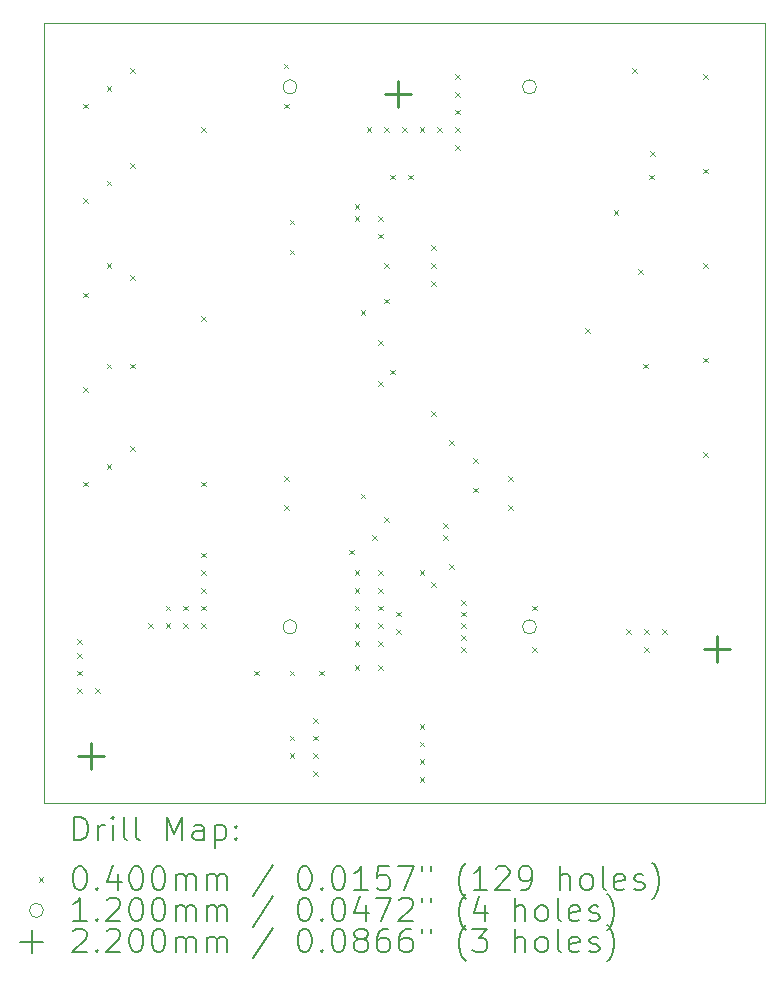
<source format=gbr>
%TF.GenerationSoftware,KiCad,Pcbnew,8.0.4*%
%TF.CreationDate,2024-09-18T19:52:14+02:00*%
%TF.ProjectId,fredo,66726564-6f2e-46b6-9963-61645f706362,rev?*%
%TF.SameCoordinates,Original*%
%TF.FileFunction,Drillmap*%
%TF.FilePolarity,Positive*%
%FSLAX45Y45*%
G04 Gerber Fmt 4.5, Leading zero omitted, Abs format (unit mm)*
G04 Created by KiCad (PCBNEW 8.0.4) date 2024-09-18 19:52:14*
%MOMM*%
%LPD*%
G01*
G04 APERTURE LIST*
%ADD10C,0.100000*%
%ADD11C,0.200000*%
%ADD12C,0.120000*%
%ADD13C,0.220000*%
G04 APERTURE END LIST*
D10*
X3000000Y-3400000D02*
X9100000Y-3400000D01*
X9100000Y-10000000D01*
X3000000Y-10000000D01*
X3000000Y-3400000D01*
D11*
D10*
X3280000Y-8610000D02*
X3320000Y-8650000D01*
X3320000Y-8610000D02*
X3280000Y-8650000D01*
X3280000Y-8730000D02*
X3320000Y-8770000D01*
X3320000Y-8730000D02*
X3280000Y-8770000D01*
X3280000Y-8880000D02*
X3320000Y-8920000D01*
X3320000Y-8880000D02*
X3280000Y-8920000D01*
X3280000Y-9030000D02*
X3320000Y-9070000D01*
X3320000Y-9030000D02*
X3280000Y-9070000D01*
X3330000Y-4080000D02*
X3370000Y-4120000D01*
X3370000Y-4080000D02*
X3330000Y-4120000D01*
X3330000Y-4880000D02*
X3370000Y-4920000D01*
X3370000Y-4880000D02*
X3330000Y-4920000D01*
X3330000Y-5680000D02*
X3370000Y-5720000D01*
X3370000Y-5680000D02*
X3330000Y-5720000D01*
X3330000Y-6480000D02*
X3370000Y-6520000D01*
X3370000Y-6480000D02*
X3330000Y-6520000D01*
X3330000Y-7280000D02*
X3370000Y-7320000D01*
X3370000Y-7280000D02*
X3330000Y-7320000D01*
X3430000Y-9030000D02*
X3470000Y-9070000D01*
X3470000Y-9030000D02*
X3430000Y-9070000D01*
X3530000Y-3930000D02*
X3570000Y-3970000D01*
X3570000Y-3930000D02*
X3530000Y-3970000D01*
X3530000Y-4730000D02*
X3570000Y-4770000D01*
X3570000Y-4730000D02*
X3530000Y-4770000D01*
X3530000Y-5430000D02*
X3570000Y-5470000D01*
X3570000Y-5430000D02*
X3530000Y-5470000D01*
X3530000Y-6280000D02*
X3570000Y-6320000D01*
X3570000Y-6280000D02*
X3530000Y-6320000D01*
X3530000Y-7130000D02*
X3570000Y-7170000D01*
X3570000Y-7130000D02*
X3530000Y-7170000D01*
X3730000Y-3780000D02*
X3770000Y-3820000D01*
X3770000Y-3780000D02*
X3730000Y-3820000D01*
X3730000Y-4580000D02*
X3770000Y-4620000D01*
X3770000Y-4580000D02*
X3730000Y-4620000D01*
X3730000Y-5530000D02*
X3770000Y-5570000D01*
X3770000Y-5530000D02*
X3730000Y-5570000D01*
X3730000Y-6280000D02*
X3770000Y-6320000D01*
X3770000Y-6280000D02*
X3730000Y-6320000D01*
X3730000Y-6980000D02*
X3770000Y-7020000D01*
X3770000Y-6980000D02*
X3730000Y-7020000D01*
X3880000Y-8480000D02*
X3920000Y-8520000D01*
X3920000Y-8480000D02*
X3880000Y-8520000D01*
X4030000Y-8330000D02*
X4070000Y-8370000D01*
X4070000Y-8330000D02*
X4030000Y-8370000D01*
X4030000Y-8480000D02*
X4070000Y-8520000D01*
X4070000Y-8480000D02*
X4030000Y-8520000D01*
X4180000Y-8330000D02*
X4220000Y-8370000D01*
X4220000Y-8330000D02*
X4180000Y-8370000D01*
X4180000Y-8480000D02*
X4220000Y-8520000D01*
X4220000Y-8480000D02*
X4180000Y-8520000D01*
X4330000Y-4280000D02*
X4370000Y-4320000D01*
X4370000Y-4280000D02*
X4330000Y-4320000D01*
X4330000Y-5880000D02*
X4370000Y-5920000D01*
X4370000Y-5880000D02*
X4330000Y-5920000D01*
X4330000Y-7280000D02*
X4370000Y-7320000D01*
X4370000Y-7280000D02*
X4330000Y-7320000D01*
X4330000Y-7880000D02*
X4370000Y-7920000D01*
X4370000Y-7880000D02*
X4330000Y-7920000D01*
X4330000Y-8030000D02*
X4370000Y-8070000D01*
X4370000Y-8030000D02*
X4330000Y-8070000D01*
X4330000Y-8180000D02*
X4370000Y-8220000D01*
X4370000Y-8180000D02*
X4330000Y-8220000D01*
X4330000Y-8330000D02*
X4370000Y-8370000D01*
X4370000Y-8330000D02*
X4330000Y-8370000D01*
X4330000Y-8480000D02*
X4370000Y-8520000D01*
X4370000Y-8480000D02*
X4330000Y-8520000D01*
X4780000Y-8880000D02*
X4820000Y-8920000D01*
X4820000Y-8880000D02*
X4780000Y-8920000D01*
X5027815Y-3740000D02*
X5067815Y-3780000D01*
X5067815Y-3740000D02*
X5027815Y-3780000D01*
X5030000Y-4080000D02*
X5070000Y-4120000D01*
X5070000Y-4080000D02*
X5030000Y-4120000D01*
X5030000Y-7230000D02*
X5070000Y-7270000D01*
X5070000Y-7230000D02*
X5030000Y-7270000D01*
X5030000Y-7480000D02*
X5070000Y-7520000D01*
X5070000Y-7480000D02*
X5030000Y-7520000D01*
X5080000Y-5060000D02*
X5120000Y-5100000D01*
X5120000Y-5060000D02*
X5080000Y-5100000D01*
X5080000Y-5314000D02*
X5120000Y-5354000D01*
X5120000Y-5314000D02*
X5080000Y-5354000D01*
X5080000Y-8880000D02*
X5120000Y-8920000D01*
X5120000Y-8880000D02*
X5080000Y-8920000D01*
X5080000Y-9430000D02*
X5120000Y-9470000D01*
X5120000Y-9430000D02*
X5080000Y-9470000D01*
X5080000Y-9580000D02*
X5120000Y-9620000D01*
X5120000Y-9580000D02*
X5080000Y-9620000D01*
X5280000Y-9280000D02*
X5320000Y-9320000D01*
X5320000Y-9280000D02*
X5280000Y-9320000D01*
X5280000Y-9430000D02*
X5320000Y-9470000D01*
X5320000Y-9430000D02*
X5280000Y-9470000D01*
X5280000Y-9580000D02*
X5320000Y-9620000D01*
X5320000Y-9580000D02*
X5280000Y-9620000D01*
X5280000Y-9730000D02*
X5320000Y-9770000D01*
X5320000Y-9730000D02*
X5280000Y-9770000D01*
X5330000Y-8880000D02*
X5370000Y-8920000D01*
X5370000Y-8880000D02*
X5330000Y-8920000D01*
X5580000Y-7854000D02*
X5620000Y-7894000D01*
X5620000Y-7854000D02*
X5580000Y-7894000D01*
X5630000Y-4930000D02*
X5670000Y-4970000D01*
X5670000Y-4930000D02*
X5630000Y-4970000D01*
X5630000Y-5030000D02*
X5670000Y-5070000D01*
X5670000Y-5030000D02*
X5630000Y-5070000D01*
X5630000Y-8030000D02*
X5670000Y-8070000D01*
X5670000Y-8030000D02*
X5630000Y-8070000D01*
X5630000Y-8180000D02*
X5670000Y-8220000D01*
X5670000Y-8180000D02*
X5630000Y-8220000D01*
X5630000Y-8330000D02*
X5670000Y-8370000D01*
X5670000Y-8330000D02*
X5630000Y-8370000D01*
X5630000Y-8480000D02*
X5670000Y-8520000D01*
X5670000Y-8480000D02*
X5630000Y-8520000D01*
X5630000Y-8630000D02*
X5670000Y-8670000D01*
X5670000Y-8630000D02*
X5630000Y-8670000D01*
X5630000Y-8830000D02*
X5670000Y-8870000D01*
X5670000Y-8830000D02*
X5630000Y-8870000D01*
X5680000Y-5830000D02*
X5720000Y-5870000D01*
X5720000Y-5830000D02*
X5680000Y-5870000D01*
X5680000Y-7380000D02*
X5720000Y-7420000D01*
X5720000Y-7380000D02*
X5680000Y-7420000D01*
X5730000Y-4280000D02*
X5770000Y-4320000D01*
X5770000Y-4280000D02*
X5730000Y-4320000D01*
X5780000Y-7730000D02*
X5820000Y-7770000D01*
X5820000Y-7730000D02*
X5780000Y-7770000D01*
X5830000Y-5030000D02*
X5870000Y-5070000D01*
X5870000Y-5030000D02*
X5830000Y-5070000D01*
X5830000Y-5180000D02*
X5870000Y-5220000D01*
X5870000Y-5180000D02*
X5830000Y-5220000D01*
X5830000Y-6080000D02*
X5870000Y-6120000D01*
X5870000Y-6080000D02*
X5830000Y-6120000D01*
X5830000Y-6430000D02*
X5870000Y-6470000D01*
X5870000Y-6430000D02*
X5830000Y-6470000D01*
X5830000Y-8030000D02*
X5870000Y-8070000D01*
X5870000Y-8030000D02*
X5830000Y-8070000D01*
X5830000Y-8180000D02*
X5870000Y-8220000D01*
X5870000Y-8180000D02*
X5830000Y-8220000D01*
X5830000Y-8330000D02*
X5870000Y-8370000D01*
X5870000Y-8330000D02*
X5830000Y-8370000D01*
X5830000Y-8480000D02*
X5870000Y-8520000D01*
X5870000Y-8480000D02*
X5830000Y-8520000D01*
X5830000Y-8630000D02*
X5870000Y-8670000D01*
X5870000Y-8630000D02*
X5830000Y-8670000D01*
X5830000Y-8830000D02*
X5870000Y-8870000D01*
X5870000Y-8830000D02*
X5830000Y-8870000D01*
X5880000Y-4280000D02*
X5920000Y-4320000D01*
X5920000Y-4280000D02*
X5880000Y-4320000D01*
X5880000Y-5430000D02*
X5920000Y-5470000D01*
X5920000Y-5430000D02*
X5880000Y-5470000D01*
X5880000Y-5730000D02*
X5920000Y-5770000D01*
X5920000Y-5730000D02*
X5880000Y-5770000D01*
X5880000Y-7580000D02*
X5920000Y-7620000D01*
X5920000Y-7580000D02*
X5880000Y-7620000D01*
X5930000Y-4680000D02*
X5970000Y-4720000D01*
X5970000Y-4680000D02*
X5930000Y-4720000D01*
X5930000Y-6330000D02*
X5970000Y-6370000D01*
X5970000Y-6330000D02*
X5930000Y-6370000D01*
X5980000Y-8380000D02*
X6020000Y-8420000D01*
X6020000Y-8380000D02*
X5980000Y-8420000D01*
X5980000Y-8530000D02*
X6020000Y-8570000D01*
X6020000Y-8530000D02*
X5980000Y-8570000D01*
X6030000Y-4280000D02*
X6070000Y-4320000D01*
X6070000Y-4280000D02*
X6030000Y-4320000D01*
X6080000Y-4680000D02*
X6120000Y-4720000D01*
X6120000Y-4680000D02*
X6080000Y-4720000D01*
X6180000Y-4280000D02*
X6220000Y-4320000D01*
X6220000Y-4280000D02*
X6180000Y-4320000D01*
X6180000Y-8030000D02*
X6220000Y-8070000D01*
X6220000Y-8030000D02*
X6180000Y-8070000D01*
X6180000Y-9330000D02*
X6220000Y-9370000D01*
X6220000Y-9330000D02*
X6180000Y-9370000D01*
X6180000Y-9480000D02*
X6220000Y-9520000D01*
X6220000Y-9480000D02*
X6180000Y-9520000D01*
X6180000Y-9630000D02*
X6220000Y-9670000D01*
X6220000Y-9630000D02*
X6180000Y-9670000D01*
X6180000Y-9780000D02*
X6220000Y-9820000D01*
X6220000Y-9780000D02*
X6180000Y-9820000D01*
X6280000Y-5280000D02*
X6320000Y-5320000D01*
X6320000Y-5280000D02*
X6280000Y-5320000D01*
X6280000Y-5430000D02*
X6320000Y-5470000D01*
X6320000Y-5430000D02*
X6280000Y-5470000D01*
X6280000Y-5580000D02*
X6320000Y-5620000D01*
X6320000Y-5580000D02*
X6280000Y-5620000D01*
X6280000Y-6680000D02*
X6320000Y-6720000D01*
X6320000Y-6680000D02*
X6280000Y-6720000D01*
X6280000Y-8130000D02*
X6320000Y-8170000D01*
X6320000Y-8130000D02*
X6280000Y-8170000D01*
X6330000Y-4280000D02*
X6370000Y-4320000D01*
X6370000Y-4280000D02*
X6330000Y-4320000D01*
X6380000Y-7730000D02*
X6420000Y-7770000D01*
X6420000Y-7730000D02*
X6380000Y-7770000D01*
X6381265Y-7628735D02*
X6421265Y-7668735D01*
X6421265Y-7628735D02*
X6381265Y-7668735D01*
X6430000Y-6930000D02*
X6470000Y-6970000D01*
X6470000Y-6930000D02*
X6430000Y-6970000D01*
X6430000Y-7980000D02*
X6470000Y-8020000D01*
X6470000Y-7980000D02*
X6430000Y-8020000D01*
X6480000Y-3830000D02*
X6520000Y-3870000D01*
X6520000Y-3830000D02*
X6480000Y-3870000D01*
X6480000Y-3980000D02*
X6520000Y-4020000D01*
X6520000Y-3980000D02*
X6480000Y-4020000D01*
X6480000Y-4130000D02*
X6520000Y-4170000D01*
X6520000Y-4130000D02*
X6480000Y-4170000D01*
X6480000Y-4280000D02*
X6520000Y-4320000D01*
X6520000Y-4280000D02*
X6480000Y-4320000D01*
X6480000Y-4430000D02*
X6520000Y-4470000D01*
X6520000Y-4430000D02*
X6480000Y-4470000D01*
X6530000Y-8280000D02*
X6570000Y-8320000D01*
X6570000Y-8280000D02*
X6530000Y-8320000D01*
X6530000Y-8380000D02*
X6570000Y-8420000D01*
X6570000Y-8380000D02*
X6530000Y-8420000D01*
X6530000Y-8480000D02*
X6570000Y-8520000D01*
X6570000Y-8480000D02*
X6530000Y-8520000D01*
X6530000Y-8580000D02*
X6570000Y-8620000D01*
X6570000Y-8580000D02*
X6530000Y-8620000D01*
X6530000Y-8680000D02*
X6570000Y-8720000D01*
X6570000Y-8680000D02*
X6530000Y-8720000D01*
X6630000Y-7080000D02*
X6670000Y-7120000D01*
X6670000Y-7080000D02*
X6630000Y-7120000D01*
X6630000Y-7330000D02*
X6670000Y-7370000D01*
X6670000Y-7330000D02*
X6630000Y-7370000D01*
X6930000Y-7230000D02*
X6970000Y-7270000D01*
X6970000Y-7230000D02*
X6930000Y-7270000D01*
X6930000Y-7480000D02*
X6970000Y-7520000D01*
X6970000Y-7480000D02*
X6930000Y-7520000D01*
X7130000Y-8330000D02*
X7170000Y-8370000D01*
X7170000Y-8330000D02*
X7130000Y-8370000D01*
X7130000Y-8680000D02*
X7170000Y-8720000D01*
X7170000Y-8680000D02*
X7130000Y-8720000D01*
X7580000Y-5980000D02*
X7620000Y-6020000D01*
X7620000Y-5980000D02*
X7580000Y-6020000D01*
X7822500Y-4980000D02*
X7862500Y-5020000D01*
X7862500Y-4980000D02*
X7822500Y-5020000D01*
X7930000Y-8530000D02*
X7970000Y-8570000D01*
X7970000Y-8530000D02*
X7930000Y-8570000D01*
X7980000Y-3780000D02*
X8020000Y-3820000D01*
X8020000Y-3780000D02*
X7980000Y-3820000D01*
X8030000Y-5480000D02*
X8070000Y-5520000D01*
X8070000Y-5480000D02*
X8030000Y-5520000D01*
X8072500Y-6280000D02*
X8112500Y-6320000D01*
X8112500Y-6280000D02*
X8072500Y-6320000D01*
X8080000Y-8530000D02*
X8120000Y-8570000D01*
X8120000Y-8530000D02*
X8080000Y-8570000D01*
X8080000Y-8680000D02*
X8120000Y-8720000D01*
X8120000Y-8680000D02*
X8080000Y-8720000D01*
X8122500Y-4680000D02*
X8162500Y-4720000D01*
X8162500Y-4680000D02*
X8122500Y-4720000D01*
X8130000Y-4480000D02*
X8170000Y-4520000D01*
X8170000Y-4480000D02*
X8130000Y-4520000D01*
X8230000Y-8530000D02*
X8270000Y-8570000D01*
X8270000Y-8530000D02*
X8230000Y-8570000D01*
X8580000Y-3830000D02*
X8620000Y-3870000D01*
X8620000Y-3830000D02*
X8580000Y-3870000D01*
X8580000Y-4630000D02*
X8620000Y-4670000D01*
X8620000Y-4630000D02*
X8580000Y-4670000D01*
X8580000Y-5430000D02*
X8620000Y-5470000D01*
X8620000Y-5430000D02*
X8580000Y-5470000D01*
X8580000Y-6230000D02*
X8620000Y-6270000D01*
X8620000Y-6230000D02*
X8580000Y-6270000D01*
X8580000Y-7030000D02*
X8620000Y-7070000D01*
X8620000Y-7030000D02*
X8580000Y-7070000D01*
D12*
X5142000Y-3937000D02*
G75*
G02*
X5022000Y-3937000I-60000J0D01*
G01*
X5022000Y-3937000D02*
G75*
G02*
X5142000Y-3937000I60000J0D01*
G01*
X5142000Y-8509000D02*
G75*
G02*
X5022000Y-8509000I-60000J0D01*
G01*
X5022000Y-8509000D02*
G75*
G02*
X5142000Y-8509000I60000J0D01*
G01*
X7170000Y-3937000D02*
G75*
G02*
X7050000Y-3937000I-60000J0D01*
G01*
X7050000Y-3937000D02*
G75*
G02*
X7170000Y-3937000I60000J0D01*
G01*
X7170000Y-8509000D02*
G75*
G02*
X7050000Y-8509000I-60000J0D01*
G01*
X7050000Y-8509000D02*
G75*
G02*
X7170000Y-8509000I60000J0D01*
G01*
D13*
X3400000Y-9490000D02*
X3400000Y-9710000D01*
X3290000Y-9600000D02*
X3510000Y-9600000D01*
X6000000Y-3890000D02*
X6000000Y-4110000D01*
X5890000Y-4000000D02*
X6110000Y-4000000D01*
X8700000Y-8590000D02*
X8700000Y-8810000D01*
X8590000Y-8700000D02*
X8810000Y-8700000D01*
D11*
X3255777Y-10316484D02*
X3255777Y-10116484D01*
X3255777Y-10116484D02*
X3303396Y-10116484D01*
X3303396Y-10116484D02*
X3331967Y-10126008D01*
X3331967Y-10126008D02*
X3351015Y-10145055D01*
X3351015Y-10145055D02*
X3360539Y-10164103D01*
X3360539Y-10164103D02*
X3370062Y-10202198D01*
X3370062Y-10202198D02*
X3370062Y-10230770D01*
X3370062Y-10230770D02*
X3360539Y-10268865D01*
X3360539Y-10268865D02*
X3351015Y-10287912D01*
X3351015Y-10287912D02*
X3331967Y-10306960D01*
X3331967Y-10306960D02*
X3303396Y-10316484D01*
X3303396Y-10316484D02*
X3255777Y-10316484D01*
X3455777Y-10316484D02*
X3455777Y-10183150D01*
X3455777Y-10221246D02*
X3465301Y-10202198D01*
X3465301Y-10202198D02*
X3474824Y-10192674D01*
X3474824Y-10192674D02*
X3493872Y-10183150D01*
X3493872Y-10183150D02*
X3512920Y-10183150D01*
X3579586Y-10316484D02*
X3579586Y-10183150D01*
X3579586Y-10116484D02*
X3570062Y-10126008D01*
X3570062Y-10126008D02*
X3579586Y-10135531D01*
X3579586Y-10135531D02*
X3589110Y-10126008D01*
X3589110Y-10126008D02*
X3579586Y-10116484D01*
X3579586Y-10116484D02*
X3579586Y-10135531D01*
X3703396Y-10316484D02*
X3684348Y-10306960D01*
X3684348Y-10306960D02*
X3674824Y-10287912D01*
X3674824Y-10287912D02*
X3674824Y-10116484D01*
X3808158Y-10316484D02*
X3789110Y-10306960D01*
X3789110Y-10306960D02*
X3779586Y-10287912D01*
X3779586Y-10287912D02*
X3779586Y-10116484D01*
X4036729Y-10316484D02*
X4036729Y-10116484D01*
X4036729Y-10116484D02*
X4103396Y-10259341D01*
X4103396Y-10259341D02*
X4170062Y-10116484D01*
X4170062Y-10116484D02*
X4170062Y-10316484D01*
X4351015Y-10316484D02*
X4351015Y-10211722D01*
X4351015Y-10211722D02*
X4341491Y-10192674D01*
X4341491Y-10192674D02*
X4322444Y-10183150D01*
X4322444Y-10183150D02*
X4284348Y-10183150D01*
X4284348Y-10183150D02*
X4265301Y-10192674D01*
X4351015Y-10306960D02*
X4331967Y-10316484D01*
X4331967Y-10316484D02*
X4284348Y-10316484D01*
X4284348Y-10316484D02*
X4265301Y-10306960D01*
X4265301Y-10306960D02*
X4255777Y-10287912D01*
X4255777Y-10287912D02*
X4255777Y-10268865D01*
X4255777Y-10268865D02*
X4265301Y-10249817D01*
X4265301Y-10249817D02*
X4284348Y-10240293D01*
X4284348Y-10240293D02*
X4331967Y-10240293D01*
X4331967Y-10240293D02*
X4351015Y-10230770D01*
X4446253Y-10183150D02*
X4446253Y-10383150D01*
X4446253Y-10192674D02*
X4465301Y-10183150D01*
X4465301Y-10183150D02*
X4503396Y-10183150D01*
X4503396Y-10183150D02*
X4522444Y-10192674D01*
X4522444Y-10192674D02*
X4531967Y-10202198D01*
X4531967Y-10202198D02*
X4541491Y-10221246D01*
X4541491Y-10221246D02*
X4541491Y-10278389D01*
X4541491Y-10278389D02*
X4531967Y-10297436D01*
X4531967Y-10297436D02*
X4522444Y-10306960D01*
X4522444Y-10306960D02*
X4503396Y-10316484D01*
X4503396Y-10316484D02*
X4465301Y-10316484D01*
X4465301Y-10316484D02*
X4446253Y-10306960D01*
X4627205Y-10297436D02*
X4636729Y-10306960D01*
X4636729Y-10306960D02*
X4627205Y-10316484D01*
X4627205Y-10316484D02*
X4617682Y-10306960D01*
X4617682Y-10306960D02*
X4627205Y-10297436D01*
X4627205Y-10297436D02*
X4627205Y-10316484D01*
X4627205Y-10192674D02*
X4636729Y-10202198D01*
X4636729Y-10202198D02*
X4627205Y-10211722D01*
X4627205Y-10211722D02*
X4617682Y-10202198D01*
X4617682Y-10202198D02*
X4627205Y-10192674D01*
X4627205Y-10192674D02*
X4627205Y-10211722D01*
D10*
X2955000Y-10625000D02*
X2995000Y-10665000D01*
X2995000Y-10625000D02*
X2955000Y-10665000D01*
D11*
X3293872Y-10536484D02*
X3312920Y-10536484D01*
X3312920Y-10536484D02*
X3331967Y-10546008D01*
X3331967Y-10546008D02*
X3341491Y-10555531D01*
X3341491Y-10555531D02*
X3351015Y-10574579D01*
X3351015Y-10574579D02*
X3360539Y-10612674D01*
X3360539Y-10612674D02*
X3360539Y-10660293D01*
X3360539Y-10660293D02*
X3351015Y-10698389D01*
X3351015Y-10698389D02*
X3341491Y-10717436D01*
X3341491Y-10717436D02*
X3331967Y-10726960D01*
X3331967Y-10726960D02*
X3312920Y-10736484D01*
X3312920Y-10736484D02*
X3293872Y-10736484D01*
X3293872Y-10736484D02*
X3274824Y-10726960D01*
X3274824Y-10726960D02*
X3265301Y-10717436D01*
X3265301Y-10717436D02*
X3255777Y-10698389D01*
X3255777Y-10698389D02*
X3246253Y-10660293D01*
X3246253Y-10660293D02*
X3246253Y-10612674D01*
X3246253Y-10612674D02*
X3255777Y-10574579D01*
X3255777Y-10574579D02*
X3265301Y-10555531D01*
X3265301Y-10555531D02*
X3274824Y-10546008D01*
X3274824Y-10546008D02*
X3293872Y-10536484D01*
X3446253Y-10717436D02*
X3455777Y-10726960D01*
X3455777Y-10726960D02*
X3446253Y-10736484D01*
X3446253Y-10736484D02*
X3436729Y-10726960D01*
X3436729Y-10726960D02*
X3446253Y-10717436D01*
X3446253Y-10717436D02*
X3446253Y-10736484D01*
X3627205Y-10603150D02*
X3627205Y-10736484D01*
X3579586Y-10526960D02*
X3531967Y-10669817D01*
X3531967Y-10669817D02*
X3655777Y-10669817D01*
X3770062Y-10536484D02*
X3789110Y-10536484D01*
X3789110Y-10536484D02*
X3808158Y-10546008D01*
X3808158Y-10546008D02*
X3817682Y-10555531D01*
X3817682Y-10555531D02*
X3827205Y-10574579D01*
X3827205Y-10574579D02*
X3836729Y-10612674D01*
X3836729Y-10612674D02*
X3836729Y-10660293D01*
X3836729Y-10660293D02*
X3827205Y-10698389D01*
X3827205Y-10698389D02*
X3817682Y-10717436D01*
X3817682Y-10717436D02*
X3808158Y-10726960D01*
X3808158Y-10726960D02*
X3789110Y-10736484D01*
X3789110Y-10736484D02*
X3770062Y-10736484D01*
X3770062Y-10736484D02*
X3751015Y-10726960D01*
X3751015Y-10726960D02*
X3741491Y-10717436D01*
X3741491Y-10717436D02*
X3731967Y-10698389D01*
X3731967Y-10698389D02*
X3722443Y-10660293D01*
X3722443Y-10660293D02*
X3722443Y-10612674D01*
X3722443Y-10612674D02*
X3731967Y-10574579D01*
X3731967Y-10574579D02*
X3741491Y-10555531D01*
X3741491Y-10555531D02*
X3751015Y-10546008D01*
X3751015Y-10546008D02*
X3770062Y-10536484D01*
X3960539Y-10536484D02*
X3979586Y-10536484D01*
X3979586Y-10536484D02*
X3998634Y-10546008D01*
X3998634Y-10546008D02*
X4008158Y-10555531D01*
X4008158Y-10555531D02*
X4017682Y-10574579D01*
X4017682Y-10574579D02*
X4027205Y-10612674D01*
X4027205Y-10612674D02*
X4027205Y-10660293D01*
X4027205Y-10660293D02*
X4017682Y-10698389D01*
X4017682Y-10698389D02*
X4008158Y-10717436D01*
X4008158Y-10717436D02*
X3998634Y-10726960D01*
X3998634Y-10726960D02*
X3979586Y-10736484D01*
X3979586Y-10736484D02*
X3960539Y-10736484D01*
X3960539Y-10736484D02*
X3941491Y-10726960D01*
X3941491Y-10726960D02*
X3931967Y-10717436D01*
X3931967Y-10717436D02*
X3922443Y-10698389D01*
X3922443Y-10698389D02*
X3912920Y-10660293D01*
X3912920Y-10660293D02*
X3912920Y-10612674D01*
X3912920Y-10612674D02*
X3922443Y-10574579D01*
X3922443Y-10574579D02*
X3931967Y-10555531D01*
X3931967Y-10555531D02*
X3941491Y-10546008D01*
X3941491Y-10546008D02*
X3960539Y-10536484D01*
X4112920Y-10736484D02*
X4112920Y-10603150D01*
X4112920Y-10622198D02*
X4122443Y-10612674D01*
X4122443Y-10612674D02*
X4141491Y-10603150D01*
X4141491Y-10603150D02*
X4170063Y-10603150D01*
X4170063Y-10603150D02*
X4189110Y-10612674D01*
X4189110Y-10612674D02*
X4198634Y-10631722D01*
X4198634Y-10631722D02*
X4198634Y-10736484D01*
X4198634Y-10631722D02*
X4208158Y-10612674D01*
X4208158Y-10612674D02*
X4227205Y-10603150D01*
X4227205Y-10603150D02*
X4255777Y-10603150D01*
X4255777Y-10603150D02*
X4274825Y-10612674D01*
X4274825Y-10612674D02*
X4284348Y-10631722D01*
X4284348Y-10631722D02*
X4284348Y-10736484D01*
X4379586Y-10736484D02*
X4379586Y-10603150D01*
X4379586Y-10622198D02*
X4389110Y-10612674D01*
X4389110Y-10612674D02*
X4408158Y-10603150D01*
X4408158Y-10603150D02*
X4436729Y-10603150D01*
X4436729Y-10603150D02*
X4455777Y-10612674D01*
X4455777Y-10612674D02*
X4465301Y-10631722D01*
X4465301Y-10631722D02*
X4465301Y-10736484D01*
X4465301Y-10631722D02*
X4474825Y-10612674D01*
X4474825Y-10612674D02*
X4493872Y-10603150D01*
X4493872Y-10603150D02*
X4522444Y-10603150D01*
X4522444Y-10603150D02*
X4541491Y-10612674D01*
X4541491Y-10612674D02*
X4551015Y-10631722D01*
X4551015Y-10631722D02*
X4551015Y-10736484D01*
X4941491Y-10526960D02*
X4770063Y-10784103D01*
X5198634Y-10536484D02*
X5217682Y-10536484D01*
X5217682Y-10536484D02*
X5236729Y-10546008D01*
X5236729Y-10546008D02*
X5246253Y-10555531D01*
X5246253Y-10555531D02*
X5255777Y-10574579D01*
X5255777Y-10574579D02*
X5265301Y-10612674D01*
X5265301Y-10612674D02*
X5265301Y-10660293D01*
X5265301Y-10660293D02*
X5255777Y-10698389D01*
X5255777Y-10698389D02*
X5246253Y-10717436D01*
X5246253Y-10717436D02*
X5236729Y-10726960D01*
X5236729Y-10726960D02*
X5217682Y-10736484D01*
X5217682Y-10736484D02*
X5198634Y-10736484D01*
X5198634Y-10736484D02*
X5179587Y-10726960D01*
X5179587Y-10726960D02*
X5170063Y-10717436D01*
X5170063Y-10717436D02*
X5160539Y-10698389D01*
X5160539Y-10698389D02*
X5151015Y-10660293D01*
X5151015Y-10660293D02*
X5151015Y-10612674D01*
X5151015Y-10612674D02*
X5160539Y-10574579D01*
X5160539Y-10574579D02*
X5170063Y-10555531D01*
X5170063Y-10555531D02*
X5179587Y-10546008D01*
X5179587Y-10546008D02*
X5198634Y-10536484D01*
X5351015Y-10717436D02*
X5360539Y-10726960D01*
X5360539Y-10726960D02*
X5351015Y-10736484D01*
X5351015Y-10736484D02*
X5341491Y-10726960D01*
X5341491Y-10726960D02*
X5351015Y-10717436D01*
X5351015Y-10717436D02*
X5351015Y-10736484D01*
X5484348Y-10536484D02*
X5503396Y-10536484D01*
X5503396Y-10536484D02*
X5522444Y-10546008D01*
X5522444Y-10546008D02*
X5531968Y-10555531D01*
X5531968Y-10555531D02*
X5541491Y-10574579D01*
X5541491Y-10574579D02*
X5551015Y-10612674D01*
X5551015Y-10612674D02*
X5551015Y-10660293D01*
X5551015Y-10660293D02*
X5541491Y-10698389D01*
X5541491Y-10698389D02*
X5531968Y-10717436D01*
X5531968Y-10717436D02*
X5522444Y-10726960D01*
X5522444Y-10726960D02*
X5503396Y-10736484D01*
X5503396Y-10736484D02*
X5484348Y-10736484D01*
X5484348Y-10736484D02*
X5465301Y-10726960D01*
X5465301Y-10726960D02*
X5455777Y-10717436D01*
X5455777Y-10717436D02*
X5446253Y-10698389D01*
X5446253Y-10698389D02*
X5436729Y-10660293D01*
X5436729Y-10660293D02*
X5436729Y-10612674D01*
X5436729Y-10612674D02*
X5446253Y-10574579D01*
X5446253Y-10574579D02*
X5455777Y-10555531D01*
X5455777Y-10555531D02*
X5465301Y-10546008D01*
X5465301Y-10546008D02*
X5484348Y-10536484D01*
X5741491Y-10736484D02*
X5627206Y-10736484D01*
X5684348Y-10736484D02*
X5684348Y-10536484D01*
X5684348Y-10536484D02*
X5665301Y-10565055D01*
X5665301Y-10565055D02*
X5646253Y-10584103D01*
X5646253Y-10584103D02*
X5627206Y-10593627D01*
X5922444Y-10536484D02*
X5827206Y-10536484D01*
X5827206Y-10536484D02*
X5817682Y-10631722D01*
X5817682Y-10631722D02*
X5827206Y-10622198D01*
X5827206Y-10622198D02*
X5846253Y-10612674D01*
X5846253Y-10612674D02*
X5893872Y-10612674D01*
X5893872Y-10612674D02*
X5912920Y-10622198D01*
X5912920Y-10622198D02*
X5922444Y-10631722D01*
X5922444Y-10631722D02*
X5931967Y-10650770D01*
X5931967Y-10650770D02*
X5931967Y-10698389D01*
X5931967Y-10698389D02*
X5922444Y-10717436D01*
X5922444Y-10717436D02*
X5912920Y-10726960D01*
X5912920Y-10726960D02*
X5893872Y-10736484D01*
X5893872Y-10736484D02*
X5846253Y-10736484D01*
X5846253Y-10736484D02*
X5827206Y-10726960D01*
X5827206Y-10726960D02*
X5817682Y-10717436D01*
X5998634Y-10536484D02*
X6131967Y-10536484D01*
X6131967Y-10536484D02*
X6046253Y-10736484D01*
X6198634Y-10536484D02*
X6198634Y-10574579D01*
X6274825Y-10536484D02*
X6274825Y-10574579D01*
X6570063Y-10812674D02*
X6560539Y-10803150D01*
X6560539Y-10803150D02*
X6541491Y-10774579D01*
X6541491Y-10774579D02*
X6531968Y-10755531D01*
X6531968Y-10755531D02*
X6522444Y-10726960D01*
X6522444Y-10726960D02*
X6512920Y-10679341D01*
X6512920Y-10679341D02*
X6512920Y-10641246D01*
X6512920Y-10641246D02*
X6522444Y-10593627D01*
X6522444Y-10593627D02*
X6531968Y-10565055D01*
X6531968Y-10565055D02*
X6541491Y-10546008D01*
X6541491Y-10546008D02*
X6560539Y-10517436D01*
X6560539Y-10517436D02*
X6570063Y-10507912D01*
X6751015Y-10736484D02*
X6636729Y-10736484D01*
X6693872Y-10736484D02*
X6693872Y-10536484D01*
X6693872Y-10536484D02*
X6674825Y-10565055D01*
X6674825Y-10565055D02*
X6655777Y-10584103D01*
X6655777Y-10584103D02*
X6636729Y-10593627D01*
X6827206Y-10555531D02*
X6836729Y-10546008D01*
X6836729Y-10546008D02*
X6855777Y-10536484D01*
X6855777Y-10536484D02*
X6903396Y-10536484D01*
X6903396Y-10536484D02*
X6922444Y-10546008D01*
X6922444Y-10546008D02*
X6931968Y-10555531D01*
X6931968Y-10555531D02*
X6941491Y-10574579D01*
X6941491Y-10574579D02*
X6941491Y-10593627D01*
X6941491Y-10593627D02*
X6931968Y-10622198D01*
X6931968Y-10622198D02*
X6817682Y-10736484D01*
X6817682Y-10736484D02*
X6941491Y-10736484D01*
X7036729Y-10736484D02*
X7074825Y-10736484D01*
X7074825Y-10736484D02*
X7093872Y-10726960D01*
X7093872Y-10726960D02*
X7103396Y-10717436D01*
X7103396Y-10717436D02*
X7122444Y-10688865D01*
X7122444Y-10688865D02*
X7131968Y-10650770D01*
X7131968Y-10650770D02*
X7131968Y-10574579D01*
X7131968Y-10574579D02*
X7122444Y-10555531D01*
X7122444Y-10555531D02*
X7112920Y-10546008D01*
X7112920Y-10546008D02*
X7093872Y-10536484D01*
X7093872Y-10536484D02*
X7055777Y-10536484D01*
X7055777Y-10536484D02*
X7036729Y-10546008D01*
X7036729Y-10546008D02*
X7027206Y-10555531D01*
X7027206Y-10555531D02*
X7017682Y-10574579D01*
X7017682Y-10574579D02*
X7017682Y-10622198D01*
X7017682Y-10622198D02*
X7027206Y-10641246D01*
X7027206Y-10641246D02*
X7036729Y-10650770D01*
X7036729Y-10650770D02*
X7055777Y-10660293D01*
X7055777Y-10660293D02*
X7093872Y-10660293D01*
X7093872Y-10660293D02*
X7112920Y-10650770D01*
X7112920Y-10650770D02*
X7122444Y-10641246D01*
X7122444Y-10641246D02*
X7131968Y-10622198D01*
X7370063Y-10736484D02*
X7370063Y-10536484D01*
X7455777Y-10736484D02*
X7455777Y-10631722D01*
X7455777Y-10631722D02*
X7446253Y-10612674D01*
X7446253Y-10612674D02*
X7427206Y-10603150D01*
X7427206Y-10603150D02*
X7398634Y-10603150D01*
X7398634Y-10603150D02*
X7379587Y-10612674D01*
X7379587Y-10612674D02*
X7370063Y-10622198D01*
X7579587Y-10736484D02*
X7560539Y-10726960D01*
X7560539Y-10726960D02*
X7551015Y-10717436D01*
X7551015Y-10717436D02*
X7541491Y-10698389D01*
X7541491Y-10698389D02*
X7541491Y-10641246D01*
X7541491Y-10641246D02*
X7551015Y-10622198D01*
X7551015Y-10622198D02*
X7560539Y-10612674D01*
X7560539Y-10612674D02*
X7579587Y-10603150D01*
X7579587Y-10603150D02*
X7608158Y-10603150D01*
X7608158Y-10603150D02*
X7627206Y-10612674D01*
X7627206Y-10612674D02*
X7636730Y-10622198D01*
X7636730Y-10622198D02*
X7646253Y-10641246D01*
X7646253Y-10641246D02*
X7646253Y-10698389D01*
X7646253Y-10698389D02*
X7636730Y-10717436D01*
X7636730Y-10717436D02*
X7627206Y-10726960D01*
X7627206Y-10726960D02*
X7608158Y-10736484D01*
X7608158Y-10736484D02*
X7579587Y-10736484D01*
X7760539Y-10736484D02*
X7741491Y-10726960D01*
X7741491Y-10726960D02*
X7731968Y-10707912D01*
X7731968Y-10707912D02*
X7731968Y-10536484D01*
X7912920Y-10726960D02*
X7893872Y-10736484D01*
X7893872Y-10736484D02*
X7855777Y-10736484D01*
X7855777Y-10736484D02*
X7836730Y-10726960D01*
X7836730Y-10726960D02*
X7827206Y-10707912D01*
X7827206Y-10707912D02*
X7827206Y-10631722D01*
X7827206Y-10631722D02*
X7836730Y-10612674D01*
X7836730Y-10612674D02*
X7855777Y-10603150D01*
X7855777Y-10603150D02*
X7893872Y-10603150D01*
X7893872Y-10603150D02*
X7912920Y-10612674D01*
X7912920Y-10612674D02*
X7922444Y-10631722D01*
X7922444Y-10631722D02*
X7922444Y-10650770D01*
X7922444Y-10650770D02*
X7827206Y-10669817D01*
X7998634Y-10726960D02*
X8017682Y-10736484D01*
X8017682Y-10736484D02*
X8055777Y-10736484D01*
X8055777Y-10736484D02*
X8074825Y-10726960D01*
X8074825Y-10726960D02*
X8084349Y-10707912D01*
X8084349Y-10707912D02*
X8084349Y-10698389D01*
X8084349Y-10698389D02*
X8074825Y-10679341D01*
X8074825Y-10679341D02*
X8055777Y-10669817D01*
X8055777Y-10669817D02*
X8027206Y-10669817D01*
X8027206Y-10669817D02*
X8008158Y-10660293D01*
X8008158Y-10660293D02*
X7998634Y-10641246D01*
X7998634Y-10641246D02*
X7998634Y-10631722D01*
X7998634Y-10631722D02*
X8008158Y-10612674D01*
X8008158Y-10612674D02*
X8027206Y-10603150D01*
X8027206Y-10603150D02*
X8055777Y-10603150D01*
X8055777Y-10603150D02*
X8074825Y-10612674D01*
X8151015Y-10812674D02*
X8160539Y-10803150D01*
X8160539Y-10803150D02*
X8179587Y-10774579D01*
X8179587Y-10774579D02*
X8189111Y-10755531D01*
X8189111Y-10755531D02*
X8198634Y-10726960D01*
X8198634Y-10726960D02*
X8208158Y-10679341D01*
X8208158Y-10679341D02*
X8208158Y-10641246D01*
X8208158Y-10641246D02*
X8198634Y-10593627D01*
X8198634Y-10593627D02*
X8189111Y-10565055D01*
X8189111Y-10565055D02*
X8179587Y-10546008D01*
X8179587Y-10546008D02*
X8160539Y-10517436D01*
X8160539Y-10517436D02*
X8151015Y-10507912D01*
D12*
X2995000Y-10909000D02*
G75*
G02*
X2875000Y-10909000I-60000J0D01*
G01*
X2875000Y-10909000D02*
G75*
G02*
X2995000Y-10909000I60000J0D01*
G01*
D11*
X3360539Y-11000484D02*
X3246253Y-11000484D01*
X3303396Y-11000484D02*
X3303396Y-10800484D01*
X3303396Y-10800484D02*
X3284348Y-10829055D01*
X3284348Y-10829055D02*
X3265301Y-10848103D01*
X3265301Y-10848103D02*
X3246253Y-10857627D01*
X3446253Y-10981436D02*
X3455777Y-10990960D01*
X3455777Y-10990960D02*
X3446253Y-11000484D01*
X3446253Y-11000484D02*
X3436729Y-10990960D01*
X3436729Y-10990960D02*
X3446253Y-10981436D01*
X3446253Y-10981436D02*
X3446253Y-11000484D01*
X3531967Y-10819531D02*
X3541491Y-10810008D01*
X3541491Y-10810008D02*
X3560539Y-10800484D01*
X3560539Y-10800484D02*
X3608158Y-10800484D01*
X3608158Y-10800484D02*
X3627205Y-10810008D01*
X3627205Y-10810008D02*
X3636729Y-10819531D01*
X3636729Y-10819531D02*
X3646253Y-10838579D01*
X3646253Y-10838579D02*
X3646253Y-10857627D01*
X3646253Y-10857627D02*
X3636729Y-10886198D01*
X3636729Y-10886198D02*
X3522443Y-11000484D01*
X3522443Y-11000484D02*
X3646253Y-11000484D01*
X3770062Y-10800484D02*
X3789110Y-10800484D01*
X3789110Y-10800484D02*
X3808158Y-10810008D01*
X3808158Y-10810008D02*
X3817682Y-10819531D01*
X3817682Y-10819531D02*
X3827205Y-10838579D01*
X3827205Y-10838579D02*
X3836729Y-10876674D01*
X3836729Y-10876674D02*
X3836729Y-10924293D01*
X3836729Y-10924293D02*
X3827205Y-10962389D01*
X3827205Y-10962389D02*
X3817682Y-10981436D01*
X3817682Y-10981436D02*
X3808158Y-10990960D01*
X3808158Y-10990960D02*
X3789110Y-11000484D01*
X3789110Y-11000484D02*
X3770062Y-11000484D01*
X3770062Y-11000484D02*
X3751015Y-10990960D01*
X3751015Y-10990960D02*
X3741491Y-10981436D01*
X3741491Y-10981436D02*
X3731967Y-10962389D01*
X3731967Y-10962389D02*
X3722443Y-10924293D01*
X3722443Y-10924293D02*
X3722443Y-10876674D01*
X3722443Y-10876674D02*
X3731967Y-10838579D01*
X3731967Y-10838579D02*
X3741491Y-10819531D01*
X3741491Y-10819531D02*
X3751015Y-10810008D01*
X3751015Y-10810008D02*
X3770062Y-10800484D01*
X3960539Y-10800484D02*
X3979586Y-10800484D01*
X3979586Y-10800484D02*
X3998634Y-10810008D01*
X3998634Y-10810008D02*
X4008158Y-10819531D01*
X4008158Y-10819531D02*
X4017682Y-10838579D01*
X4017682Y-10838579D02*
X4027205Y-10876674D01*
X4027205Y-10876674D02*
X4027205Y-10924293D01*
X4027205Y-10924293D02*
X4017682Y-10962389D01*
X4017682Y-10962389D02*
X4008158Y-10981436D01*
X4008158Y-10981436D02*
X3998634Y-10990960D01*
X3998634Y-10990960D02*
X3979586Y-11000484D01*
X3979586Y-11000484D02*
X3960539Y-11000484D01*
X3960539Y-11000484D02*
X3941491Y-10990960D01*
X3941491Y-10990960D02*
X3931967Y-10981436D01*
X3931967Y-10981436D02*
X3922443Y-10962389D01*
X3922443Y-10962389D02*
X3912920Y-10924293D01*
X3912920Y-10924293D02*
X3912920Y-10876674D01*
X3912920Y-10876674D02*
X3922443Y-10838579D01*
X3922443Y-10838579D02*
X3931967Y-10819531D01*
X3931967Y-10819531D02*
X3941491Y-10810008D01*
X3941491Y-10810008D02*
X3960539Y-10800484D01*
X4112920Y-11000484D02*
X4112920Y-10867150D01*
X4112920Y-10886198D02*
X4122443Y-10876674D01*
X4122443Y-10876674D02*
X4141491Y-10867150D01*
X4141491Y-10867150D02*
X4170063Y-10867150D01*
X4170063Y-10867150D02*
X4189110Y-10876674D01*
X4189110Y-10876674D02*
X4198634Y-10895722D01*
X4198634Y-10895722D02*
X4198634Y-11000484D01*
X4198634Y-10895722D02*
X4208158Y-10876674D01*
X4208158Y-10876674D02*
X4227205Y-10867150D01*
X4227205Y-10867150D02*
X4255777Y-10867150D01*
X4255777Y-10867150D02*
X4274825Y-10876674D01*
X4274825Y-10876674D02*
X4284348Y-10895722D01*
X4284348Y-10895722D02*
X4284348Y-11000484D01*
X4379586Y-11000484D02*
X4379586Y-10867150D01*
X4379586Y-10886198D02*
X4389110Y-10876674D01*
X4389110Y-10876674D02*
X4408158Y-10867150D01*
X4408158Y-10867150D02*
X4436729Y-10867150D01*
X4436729Y-10867150D02*
X4455777Y-10876674D01*
X4455777Y-10876674D02*
X4465301Y-10895722D01*
X4465301Y-10895722D02*
X4465301Y-11000484D01*
X4465301Y-10895722D02*
X4474825Y-10876674D01*
X4474825Y-10876674D02*
X4493872Y-10867150D01*
X4493872Y-10867150D02*
X4522444Y-10867150D01*
X4522444Y-10867150D02*
X4541491Y-10876674D01*
X4541491Y-10876674D02*
X4551015Y-10895722D01*
X4551015Y-10895722D02*
X4551015Y-11000484D01*
X4941491Y-10790960D02*
X4770063Y-11048103D01*
X5198634Y-10800484D02*
X5217682Y-10800484D01*
X5217682Y-10800484D02*
X5236729Y-10810008D01*
X5236729Y-10810008D02*
X5246253Y-10819531D01*
X5246253Y-10819531D02*
X5255777Y-10838579D01*
X5255777Y-10838579D02*
X5265301Y-10876674D01*
X5265301Y-10876674D02*
X5265301Y-10924293D01*
X5265301Y-10924293D02*
X5255777Y-10962389D01*
X5255777Y-10962389D02*
X5246253Y-10981436D01*
X5246253Y-10981436D02*
X5236729Y-10990960D01*
X5236729Y-10990960D02*
X5217682Y-11000484D01*
X5217682Y-11000484D02*
X5198634Y-11000484D01*
X5198634Y-11000484D02*
X5179587Y-10990960D01*
X5179587Y-10990960D02*
X5170063Y-10981436D01*
X5170063Y-10981436D02*
X5160539Y-10962389D01*
X5160539Y-10962389D02*
X5151015Y-10924293D01*
X5151015Y-10924293D02*
X5151015Y-10876674D01*
X5151015Y-10876674D02*
X5160539Y-10838579D01*
X5160539Y-10838579D02*
X5170063Y-10819531D01*
X5170063Y-10819531D02*
X5179587Y-10810008D01*
X5179587Y-10810008D02*
X5198634Y-10800484D01*
X5351015Y-10981436D02*
X5360539Y-10990960D01*
X5360539Y-10990960D02*
X5351015Y-11000484D01*
X5351015Y-11000484D02*
X5341491Y-10990960D01*
X5341491Y-10990960D02*
X5351015Y-10981436D01*
X5351015Y-10981436D02*
X5351015Y-11000484D01*
X5484348Y-10800484D02*
X5503396Y-10800484D01*
X5503396Y-10800484D02*
X5522444Y-10810008D01*
X5522444Y-10810008D02*
X5531968Y-10819531D01*
X5531968Y-10819531D02*
X5541491Y-10838579D01*
X5541491Y-10838579D02*
X5551015Y-10876674D01*
X5551015Y-10876674D02*
X5551015Y-10924293D01*
X5551015Y-10924293D02*
X5541491Y-10962389D01*
X5541491Y-10962389D02*
X5531968Y-10981436D01*
X5531968Y-10981436D02*
X5522444Y-10990960D01*
X5522444Y-10990960D02*
X5503396Y-11000484D01*
X5503396Y-11000484D02*
X5484348Y-11000484D01*
X5484348Y-11000484D02*
X5465301Y-10990960D01*
X5465301Y-10990960D02*
X5455777Y-10981436D01*
X5455777Y-10981436D02*
X5446253Y-10962389D01*
X5446253Y-10962389D02*
X5436729Y-10924293D01*
X5436729Y-10924293D02*
X5436729Y-10876674D01*
X5436729Y-10876674D02*
X5446253Y-10838579D01*
X5446253Y-10838579D02*
X5455777Y-10819531D01*
X5455777Y-10819531D02*
X5465301Y-10810008D01*
X5465301Y-10810008D02*
X5484348Y-10800484D01*
X5722444Y-10867150D02*
X5722444Y-11000484D01*
X5674825Y-10790960D02*
X5627206Y-10933817D01*
X5627206Y-10933817D02*
X5751015Y-10933817D01*
X5808158Y-10800484D02*
X5941491Y-10800484D01*
X5941491Y-10800484D02*
X5855777Y-11000484D01*
X6008158Y-10819531D02*
X6017682Y-10810008D01*
X6017682Y-10810008D02*
X6036729Y-10800484D01*
X6036729Y-10800484D02*
X6084348Y-10800484D01*
X6084348Y-10800484D02*
X6103396Y-10810008D01*
X6103396Y-10810008D02*
X6112920Y-10819531D01*
X6112920Y-10819531D02*
X6122444Y-10838579D01*
X6122444Y-10838579D02*
X6122444Y-10857627D01*
X6122444Y-10857627D02*
X6112920Y-10886198D01*
X6112920Y-10886198D02*
X5998634Y-11000484D01*
X5998634Y-11000484D02*
X6122444Y-11000484D01*
X6198634Y-10800484D02*
X6198634Y-10838579D01*
X6274825Y-10800484D02*
X6274825Y-10838579D01*
X6570063Y-11076674D02*
X6560539Y-11067150D01*
X6560539Y-11067150D02*
X6541491Y-11038579D01*
X6541491Y-11038579D02*
X6531968Y-11019531D01*
X6531968Y-11019531D02*
X6522444Y-10990960D01*
X6522444Y-10990960D02*
X6512920Y-10943341D01*
X6512920Y-10943341D02*
X6512920Y-10905246D01*
X6512920Y-10905246D02*
X6522444Y-10857627D01*
X6522444Y-10857627D02*
X6531968Y-10829055D01*
X6531968Y-10829055D02*
X6541491Y-10810008D01*
X6541491Y-10810008D02*
X6560539Y-10781436D01*
X6560539Y-10781436D02*
X6570063Y-10771912D01*
X6731968Y-10867150D02*
X6731968Y-11000484D01*
X6684348Y-10790960D02*
X6636729Y-10933817D01*
X6636729Y-10933817D02*
X6760539Y-10933817D01*
X6989110Y-11000484D02*
X6989110Y-10800484D01*
X7074825Y-11000484D02*
X7074825Y-10895722D01*
X7074825Y-10895722D02*
X7065301Y-10876674D01*
X7065301Y-10876674D02*
X7046253Y-10867150D01*
X7046253Y-10867150D02*
X7017682Y-10867150D01*
X7017682Y-10867150D02*
X6998634Y-10876674D01*
X6998634Y-10876674D02*
X6989110Y-10886198D01*
X7198634Y-11000484D02*
X7179587Y-10990960D01*
X7179587Y-10990960D02*
X7170063Y-10981436D01*
X7170063Y-10981436D02*
X7160539Y-10962389D01*
X7160539Y-10962389D02*
X7160539Y-10905246D01*
X7160539Y-10905246D02*
X7170063Y-10886198D01*
X7170063Y-10886198D02*
X7179587Y-10876674D01*
X7179587Y-10876674D02*
X7198634Y-10867150D01*
X7198634Y-10867150D02*
X7227206Y-10867150D01*
X7227206Y-10867150D02*
X7246253Y-10876674D01*
X7246253Y-10876674D02*
X7255777Y-10886198D01*
X7255777Y-10886198D02*
X7265301Y-10905246D01*
X7265301Y-10905246D02*
X7265301Y-10962389D01*
X7265301Y-10962389D02*
X7255777Y-10981436D01*
X7255777Y-10981436D02*
X7246253Y-10990960D01*
X7246253Y-10990960D02*
X7227206Y-11000484D01*
X7227206Y-11000484D02*
X7198634Y-11000484D01*
X7379587Y-11000484D02*
X7360539Y-10990960D01*
X7360539Y-10990960D02*
X7351015Y-10971912D01*
X7351015Y-10971912D02*
X7351015Y-10800484D01*
X7531968Y-10990960D02*
X7512920Y-11000484D01*
X7512920Y-11000484D02*
X7474825Y-11000484D01*
X7474825Y-11000484D02*
X7455777Y-10990960D01*
X7455777Y-10990960D02*
X7446253Y-10971912D01*
X7446253Y-10971912D02*
X7446253Y-10895722D01*
X7446253Y-10895722D02*
X7455777Y-10876674D01*
X7455777Y-10876674D02*
X7474825Y-10867150D01*
X7474825Y-10867150D02*
X7512920Y-10867150D01*
X7512920Y-10867150D02*
X7531968Y-10876674D01*
X7531968Y-10876674D02*
X7541491Y-10895722D01*
X7541491Y-10895722D02*
X7541491Y-10914770D01*
X7541491Y-10914770D02*
X7446253Y-10933817D01*
X7617682Y-10990960D02*
X7636730Y-11000484D01*
X7636730Y-11000484D02*
X7674825Y-11000484D01*
X7674825Y-11000484D02*
X7693872Y-10990960D01*
X7693872Y-10990960D02*
X7703396Y-10971912D01*
X7703396Y-10971912D02*
X7703396Y-10962389D01*
X7703396Y-10962389D02*
X7693872Y-10943341D01*
X7693872Y-10943341D02*
X7674825Y-10933817D01*
X7674825Y-10933817D02*
X7646253Y-10933817D01*
X7646253Y-10933817D02*
X7627206Y-10924293D01*
X7627206Y-10924293D02*
X7617682Y-10905246D01*
X7617682Y-10905246D02*
X7617682Y-10895722D01*
X7617682Y-10895722D02*
X7627206Y-10876674D01*
X7627206Y-10876674D02*
X7646253Y-10867150D01*
X7646253Y-10867150D02*
X7674825Y-10867150D01*
X7674825Y-10867150D02*
X7693872Y-10876674D01*
X7770063Y-11076674D02*
X7779587Y-11067150D01*
X7779587Y-11067150D02*
X7798634Y-11038579D01*
X7798634Y-11038579D02*
X7808158Y-11019531D01*
X7808158Y-11019531D02*
X7817682Y-10990960D01*
X7817682Y-10990960D02*
X7827206Y-10943341D01*
X7827206Y-10943341D02*
X7827206Y-10905246D01*
X7827206Y-10905246D02*
X7817682Y-10857627D01*
X7817682Y-10857627D02*
X7808158Y-10829055D01*
X7808158Y-10829055D02*
X7798634Y-10810008D01*
X7798634Y-10810008D02*
X7779587Y-10781436D01*
X7779587Y-10781436D02*
X7770063Y-10771912D01*
X2895000Y-11073000D02*
X2895000Y-11273000D01*
X2795000Y-11173000D02*
X2995000Y-11173000D01*
X3246253Y-11083531D02*
X3255777Y-11074008D01*
X3255777Y-11074008D02*
X3274824Y-11064484D01*
X3274824Y-11064484D02*
X3322443Y-11064484D01*
X3322443Y-11064484D02*
X3341491Y-11074008D01*
X3341491Y-11074008D02*
X3351015Y-11083531D01*
X3351015Y-11083531D02*
X3360539Y-11102579D01*
X3360539Y-11102579D02*
X3360539Y-11121627D01*
X3360539Y-11121627D02*
X3351015Y-11150198D01*
X3351015Y-11150198D02*
X3236729Y-11264484D01*
X3236729Y-11264484D02*
X3360539Y-11264484D01*
X3446253Y-11245436D02*
X3455777Y-11254960D01*
X3455777Y-11254960D02*
X3446253Y-11264484D01*
X3446253Y-11264484D02*
X3436729Y-11254960D01*
X3436729Y-11254960D02*
X3446253Y-11245436D01*
X3446253Y-11245436D02*
X3446253Y-11264484D01*
X3531967Y-11083531D02*
X3541491Y-11074008D01*
X3541491Y-11074008D02*
X3560539Y-11064484D01*
X3560539Y-11064484D02*
X3608158Y-11064484D01*
X3608158Y-11064484D02*
X3627205Y-11074008D01*
X3627205Y-11074008D02*
X3636729Y-11083531D01*
X3636729Y-11083531D02*
X3646253Y-11102579D01*
X3646253Y-11102579D02*
X3646253Y-11121627D01*
X3646253Y-11121627D02*
X3636729Y-11150198D01*
X3636729Y-11150198D02*
X3522443Y-11264484D01*
X3522443Y-11264484D02*
X3646253Y-11264484D01*
X3770062Y-11064484D02*
X3789110Y-11064484D01*
X3789110Y-11064484D02*
X3808158Y-11074008D01*
X3808158Y-11074008D02*
X3817682Y-11083531D01*
X3817682Y-11083531D02*
X3827205Y-11102579D01*
X3827205Y-11102579D02*
X3836729Y-11140674D01*
X3836729Y-11140674D02*
X3836729Y-11188293D01*
X3836729Y-11188293D02*
X3827205Y-11226388D01*
X3827205Y-11226388D02*
X3817682Y-11245436D01*
X3817682Y-11245436D02*
X3808158Y-11254960D01*
X3808158Y-11254960D02*
X3789110Y-11264484D01*
X3789110Y-11264484D02*
X3770062Y-11264484D01*
X3770062Y-11264484D02*
X3751015Y-11254960D01*
X3751015Y-11254960D02*
X3741491Y-11245436D01*
X3741491Y-11245436D02*
X3731967Y-11226388D01*
X3731967Y-11226388D02*
X3722443Y-11188293D01*
X3722443Y-11188293D02*
X3722443Y-11140674D01*
X3722443Y-11140674D02*
X3731967Y-11102579D01*
X3731967Y-11102579D02*
X3741491Y-11083531D01*
X3741491Y-11083531D02*
X3751015Y-11074008D01*
X3751015Y-11074008D02*
X3770062Y-11064484D01*
X3960539Y-11064484D02*
X3979586Y-11064484D01*
X3979586Y-11064484D02*
X3998634Y-11074008D01*
X3998634Y-11074008D02*
X4008158Y-11083531D01*
X4008158Y-11083531D02*
X4017682Y-11102579D01*
X4017682Y-11102579D02*
X4027205Y-11140674D01*
X4027205Y-11140674D02*
X4027205Y-11188293D01*
X4027205Y-11188293D02*
X4017682Y-11226388D01*
X4017682Y-11226388D02*
X4008158Y-11245436D01*
X4008158Y-11245436D02*
X3998634Y-11254960D01*
X3998634Y-11254960D02*
X3979586Y-11264484D01*
X3979586Y-11264484D02*
X3960539Y-11264484D01*
X3960539Y-11264484D02*
X3941491Y-11254960D01*
X3941491Y-11254960D02*
X3931967Y-11245436D01*
X3931967Y-11245436D02*
X3922443Y-11226388D01*
X3922443Y-11226388D02*
X3912920Y-11188293D01*
X3912920Y-11188293D02*
X3912920Y-11140674D01*
X3912920Y-11140674D02*
X3922443Y-11102579D01*
X3922443Y-11102579D02*
X3931967Y-11083531D01*
X3931967Y-11083531D02*
X3941491Y-11074008D01*
X3941491Y-11074008D02*
X3960539Y-11064484D01*
X4112920Y-11264484D02*
X4112920Y-11131150D01*
X4112920Y-11150198D02*
X4122443Y-11140674D01*
X4122443Y-11140674D02*
X4141491Y-11131150D01*
X4141491Y-11131150D02*
X4170063Y-11131150D01*
X4170063Y-11131150D02*
X4189110Y-11140674D01*
X4189110Y-11140674D02*
X4198634Y-11159722D01*
X4198634Y-11159722D02*
X4198634Y-11264484D01*
X4198634Y-11159722D02*
X4208158Y-11140674D01*
X4208158Y-11140674D02*
X4227205Y-11131150D01*
X4227205Y-11131150D02*
X4255777Y-11131150D01*
X4255777Y-11131150D02*
X4274825Y-11140674D01*
X4274825Y-11140674D02*
X4284348Y-11159722D01*
X4284348Y-11159722D02*
X4284348Y-11264484D01*
X4379586Y-11264484D02*
X4379586Y-11131150D01*
X4379586Y-11150198D02*
X4389110Y-11140674D01*
X4389110Y-11140674D02*
X4408158Y-11131150D01*
X4408158Y-11131150D02*
X4436729Y-11131150D01*
X4436729Y-11131150D02*
X4455777Y-11140674D01*
X4455777Y-11140674D02*
X4465301Y-11159722D01*
X4465301Y-11159722D02*
X4465301Y-11264484D01*
X4465301Y-11159722D02*
X4474825Y-11140674D01*
X4474825Y-11140674D02*
X4493872Y-11131150D01*
X4493872Y-11131150D02*
X4522444Y-11131150D01*
X4522444Y-11131150D02*
X4541491Y-11140674D01*
X4541491Y-11140674D02*
X4551015Y-11159722D01*
X4551015Y-11159722D02*
X4551015Y-11264484D01*
X4941491Y-11054960D02*
X4770063Y-11312103D01*
X5198634Y-11064484D02*
X5217682Y-11064484D01*
X5217682Y-11064484D02*
X5236729Y-11074008D01*
X5236729Y-11074008D02*
X5246253Y-11083531D01*
X5246253Y-11083531D02*
X5255777Y-11102579D01*
X5255777Y-11102579D02*
X5265301Y-11140674D01*
X5265301Y-11140674D02*
X5265301Y-11188293D01*
X5265301Y-11188293D02*
X5255777Y-11226388D01*
X5255777Y-11226388D02*
X5246253Y-11245436D01*
X5246253Y-11245436D02*
X5236729Y-11254960D01*
X5236729Y-11254960D02*
X5217682Y-11264484D01*
X5217682Y-11264484D02*
X5198634Y-11264484D01*
X5198634Y-11264484D02*
X5179587Y-11254960D01*
X5179587Y-11254960D02*
X5170063Y-11245436D01*
X5170063Y-11245436D02*
X5160539Y-11226388D01*
X5160539Y-11226388D02*
X5151015Y-11188293D01*
X5151015Y-11188293D02*
X5151015Y-11140674D01*
X5151015Y-11140674D02*
X5160539Y-11102579D01*
X5160539Y-11102579D02*
X5170063Y-11083531D01*
X5170063Y-11083531D02*
X5179587Y-11074008D01*
X5179587Y-11074008D02*
X5198634Y-11064484D01*
X5351015Y-11245436D02*
X5360539Y-11254960D01*
X5360539Y-11254960D02*
X5351015Y-11264484D01*
X5351015Y-11264484D02*
X5341491Y-11254960D01*
X5341491Y-11254960D02*
X5351015Y-11245436D01*
X5351015Y-11245436D02*
X5351015Y-11264484D01*
X5484348Y-11064484D02*
X5503396Y-11064484D01*
X5503396Y-11064484D02*
X5522444Y-11074008D01*
X5522444Y-11074008D02*
X5531968Y-11083531D01*
X5531968Y-11083531D02*
X5541491Y-11102579D01*
X5541491Y-11102579D02*
X5551015Y-11140674D01*
X5551015Y-11140674D02*
X5551015Y-11188293D01*
X5551015Y-11188293D02*
X5541491Y-11226388D01*
X5541491Y-11226388D02*
X5531968Y-11245436D01*
X5531968Y-11245436D02*
X5522444Y-11254960D01*
X5522444Y-11254960D02*
X5503396Y-11264484D01*
X5503396Y-11264484D02*
X5484348Y-11264484D01*
X5484348Y-11264484D02*
X5465301Y-11254960D01*
X5465301Y-11254960D02*
X5455777Y-11245436D01*
X5455777Y-11245436D02*
X5446253Y-11226388D01*
X5446253Y-11226388D02*
X5436729Y-11188293D01*
X5436729Y-11188293D02*
X5436729Y-11140674D01*
X5436729Y-11140674D02*
X5446253Y-11102579D01*
X5446253Y-11102579D02*
X5455777Y-11083531D01*
X5455777Y-11083531D02*
X5465301Y-11074008D01*
X5465301Y-11074008D02*
X5484348Y-11064484D01*
X5665301Y-11150198D02*
X5646253Y-11140674D01*
X5646253Y-11140674D02*
X5636729Y-11131150D01*
X5636729Y-11131150D02*
X5627206Y-11112103D01*
X5627206Y-11112103D02*
X5627206Y-11102579D01*
X5627206Y-11102579D02*
X5636729Y-11083531D01*
X5636729Y-11083531D02*
X5646253Y-11074008D01*
X5646253Y-11074008D02*
X5665301Y-11064484D01*
X5665301Y-11064484D02*
X5703396Y-11064484D01*
X5703396Y-11064484D02*
X5722444Y-11074008D01*
X5722444Y-11074008D02*
X5731967Y-11083531D01*
X5731967Y-11083531D02*
X5741491Y-11102579D01*
X5741491Y-11102579D02*
X5741491Y-11112103D01*
X5741491Y-11112103D02*
X5731967Y-11131150D01*
X5731967Y-11131150D02*
X5722444Y-11140674D01*
X5722444Y-11140674D02*
X5703396Y-11150198D01*
X5703396Y-11150198D02*
X5665301Y-11150198D01*
X5665301Y-11150198D02*
X5646253Y-11159722D01*
X5646253Y-11159722D02*
X5636729Y-11169246D01*
X5636729Y-11169246D02*
X5627206Y-11188293D01*
X5627206Y-11188293D02*
X5627206Y-11226388D01*
X5627206Y-11226388D02*
X5636729Y-11245436D01*
X5636729Y-11245436D02*
X5646253Y-11254960D01*
X5646253Y-11254960D02*
X5665301Y-11264484D01*
X5665301Y-11264484D02*
X5703396Y-11264484D01*
X5703396Y-11264484D02*
X5722444Y-11254960D01*
X5722444Y-11254960D02*
X5731967Y-11245436D01*
X5731967Y-11245436D02*
X5741491Y-11226388D01*
X5741491Y-11226388D02*
X5741491Y-11188293D01*
X5741491Y-11188293D02*
X5731967Y-11169246D01*
X5731967Y-11169246D02*
X5722444Y-11159722D01*
X5722444Y-11159722D02*
X5703396Y-11150198D01*
X5912920Y-11064484D02*
X5874825Y-11064484D01*
X5874825Y-11064484D02*
X5855777Y-11074008D01*
X5855777Y-11074008D02*
X5846253Y-11083531D01*
X5846253Y-11083531D02*
X5827206Y-11112103D01*
X5827206Y-11112103D02*
X5817682Y-11150198D01*
X5817682Y-11150198D02*
X5817682Y-11226388D01*
X5817682Y-11226388D02*
X5827206Y-11245436D01*
X5827206Y-11245436D02*
X5836729Y-11254960D01*
X5836729Y-11254960D02*
X5855777Y-11264484D01*
X5855777Y-11264484D02*
X5893872Y-11264484D01*
X5893872Y-11264484D02*
X5912920Y-11254960D01*
X5912920Y-11254960D02*
X5922444Y-11245436D01*
X5922444Y-11245436D02*
X5931967Y-11226388D01*
X5931967Y-11226388D02*
X5931967Y-11178770D01*
X5931967Y-11178770D02*
X5922444Y-11159722D01*
X5922444Y-11159722D02*
X5912920Y-11150198D01*
X5912920Y-11150198D02*
X5893872Y-11140674D01*
X5893872Y-11140674D02*
X5855777Y-11140674D01*
X5855777Y-11140674D02*
X5836729Y-11150198D01*
X5836729Y-11150198D02*
X5827206Y-11159722D01*
X5827206Y-11159722D02*
X5817682Y-11178770D01*
X6103396Y-11064484D02*
X6065301Y-11064484D01*
X6065301Y-11064484D02*
X6046253Y-11074008D01*
X6046253Y-11074008D02*
X6036729Y-11083531D01*
X6036729Y-11083531D02*
X6017682Y-11112103D01*
X6017682Y-11112103D02*
X6008158Y-11150198D01*
X6008158Y-11150198D02*
X6008158Y-11226388D01*
X6008158Y-11226388D02*
X6017682Y-11245436D01*
X6017682Y-11245436D02*
X6027206Y-11254960D01*
X6027206Y-11254960D02*
X6046253Y-11264484D01*
X6046253Y-11264484D02*
X6084348Y-11264484D01*
X6084348Y-11264484D02*
X6103396Y-11254960D01*
X6103396Y-11254960D02*
X6112920Y-11245436D01*
X6112920Y-11245436D02*
X6122444Y-11226388D01*
X6122444Y-11226388D02*
X6122444Y-11178770D01*
X6122444Y-11178770D02*
X6112920Y-11159722D01*
X6112920Y-11159722D02*
X6103396Y-11150198D01*
X6103396Y-11150198D02*
X6084348Y-11140674D01*
X6084348Y-11140674D02*
X6046253Y-11140674D01*
X6046253Y-11140674D02*
X6027206Y-11150198D01*
X6027206Y-11150198D02*
X6017682Y-11159722D01*
X6017682Y-11159722D02*
X6008158Y-11178770D01*
X6198634Y-11064484D02*
X6198634Y-11102579D01*
X6274825Y-11064484D02*
X6274825Y-11102579D01*
X6570063Y-11340674D02*
X6560539Y-11331150D01*
X6560539Y-11331150D02*
X6541491Y-11302579D01*
X6541491Y-11302579D02*
X6531968Y-11283531D01*
X6531968Y-11283531D02*
X6522444Y-11254960D01*
X6522444Y-11254960D02*
X6512920Y-11207341D01*
X6512920Y-11207341D02*
X6512920Y-11169246D01*
X6512920Y-11169246D02*
X6522444Y-11121627D01*
X6522444Y-11121627D02*
X6531968Y-11093055D01*
X6531968Y-11093055D02*
X6541491Y-11074008D01*
X6541491Y-11074008D02*
X6560539Y-11045436D01*
X6560539Y-11045436D02*
X6570063Y-11035912D01*
X6627206Y-11064484D02*
X6751015Y-11064484D01*
X6751015Y-11064484D02*
X6684348Y-11140674D01*
X6684348Y-11140674D02*
X6712920Y-11140674D01*
X6712920Y-11140674D02*
X6731968Y-11150198D01*
X6731968Y-11150198D02*
X6741491Y-11159722D01*
X6741491Y-11159722D02*
X6751015Y-11178770D01*
X6751015Y-11178770D02*
X6751015Y-11226388D01*
X6751015Y-11226388D02*
X6741491Y-11245436D01*
X6741491Y-11245436D02*
X6731968Y-11254960D01*
X6731968Y-11254960D02*
X6712920Y-11264484D01*
X6712920Y-11264484D02*
X6655777Y-11264484D01*
X6655777Y-11264484D02*
X6636729Y-11254960D01*
X6636729Y-11254960D02*
X6627206Y-11245436D01*
X6989110Y-11264484D02*
X6989110Y-11064484D01*
X7074825Y-11264484D02*
X7074825Y-11159722D01*
X7074825Y-11159722D02*
X7065301Y-11140674D01*
X7065301Y-11140674D02*
X7046253Y-11131150D01*
X7046253Y-11131150D02*
X7017682Y-11131150D01*
X7017682Y-11131150D02*
X6998634Y-11140674D01*
X6998634Y-11140674D02*
X6989110Y-11150198D01*
X7198634Y-11264484D02*
X7179587Y-11254960D01*
X7179587Y-11254960D02*
X7170063Y-11245436D01*
X7170063Y-11245436D02*
X7160539Y-11226388D01*
X7160539Y-11226388D02*
X7160539Y-11169246D01*
X7160539Y-11169246D02*
X7170063Y-11150198D01*
X7170063Y-11150198D02*
X7179587Y-11140674D01*
X7179587Y-11140674D02*
X7198634Y-11131150D01*
X7198634Y-11131150D02*
X7227206Y-11131150D01*
X7227206Y-11131150D02*
X7246253Y-11140674D01*
X7246253Y-11140674D02*
X7255777Y-11150198D01*
X7255777Y-11150198D02*
X7265301Y-11169246D01*
X7265301Y-11169246D02*
X7265301Y-11226388D01*
X7265301Y-11226388D02*
X7255777Y-11245436D01*
X7255777Y-11245436D02*
X7246253Y-11254960D01*
X7246253Y-11254960D02*
X7227206Y-11264484D01*
X7227206Y-11264484D02*
X7198634Y-11264484D01*
X7379587Y-11264484D02*
X7360539Y-11254960D01*
X7360539Y-11254960D02*
X7351015Y-11235912D01*
X7351015Y-11235912D02*
X7351015Y-11064484D01*
X7531968Y-11254960D02*
X7512920Y-11264484D01*
X7512920Y-11264484D02*
X7474825Y-11264484D01*
X7474825Y-11264484D02*
X7455777Y-11254960D01*
X7455777Y-11254960D02*
X7446253Y-11235912D01*
X7446253Y-11235912D02*
X7446253Y-11159722D01*
X7446253Y-11159722D02*
X7455777Y-11140674D01*
X7455777Y-11140674D02*
X7474825Y-11131150D01*
X7474825Y-11131150D02*
X7512920Y-11131150D01*
X7512920Y-11131150D02*
X7531968Y-11140674D01*
X7531968Y-11140674D02*
X7541491Y-11159722D01*
X7541491Y-11159722D02*
X7541491Y-11178770D01*
X7541491Y-11178770D02*
X7446253Y-11197817D01*
X7617682Y-11254960D02*
X7636730Y-11264484D01*
X7636730Y-11264484D02*
X7674825Y-11264484D01*
X7674825Y-11264484D02*
X7693872Y-11254960D01*
X7693872Y-11254960D02*
X7703396Y-11235912D01*
X7703396Y-11235912D02*
X7703396Y-11226388D01*
X7703396Y-11226388D02*
X7693872Y-11207341D01*
X7693872Y-11207341D02*
X7674825Y-11197817D01*
X7674825Y-11197817D02*
X7646253Y-11197817D01*
X7646253Y-11197817D02*
X7627206Y-11188293D01*
X7627206Y-11188293D02*
X7617682Y-11169246D01*
X7617682Y-11169246D02*
X7617682Y-11159722D01*
X7617682Y-11159722D02*
X7627206Y-11140674D01*
X7627206Y-11140674D02*
X7646253Y-11131150D01*
X7646253Y-11131150D02*
X7674825Y-11131150D01*
X7674825Y-11131150D02*
X7693872Y-11140674D01*
X7770063Y-11340674D02*
X7779587Y-11331150D01*
X7779587Y-11331150D02*
X7798634Y-11302579D01*
X7798634Y-11302579D02*
X7808158Y-11283531D01*
X7808158Y-11283531D02*
X7817682Y-11254960D01*
X7817682Y-11254960D02*
X7827206Y-11207341D01*
X7827206Y-11207341D02*
X7827206Y-11169246D01*
X7827206Y-11169246D02*
X7817682Y-11121627D01*
X7817682Y-11121627D02*
X7808158Y-11093055D01*
X7808158Y-11093055D02*
X7798634Y-11074008D01*
X7798634Y-11074008D02*
X7779587Y-11045436D01*
X7779587Y-11045436D02*
X7770063Y-11035912D01*
M02*

</source>
